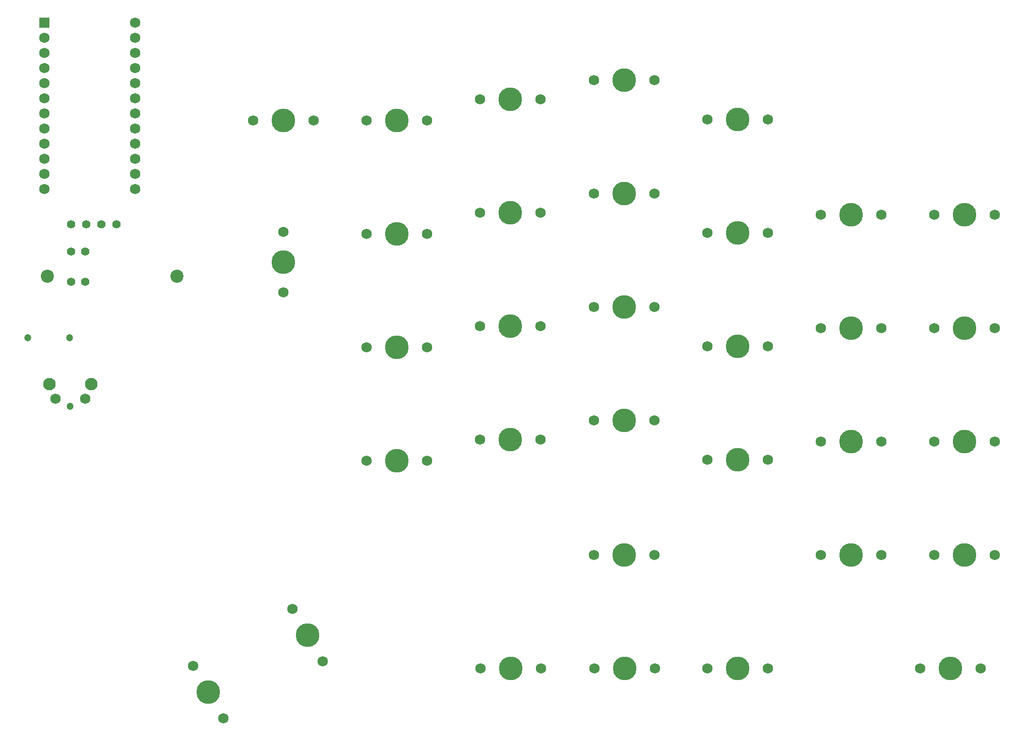
<source format=gts>
G04 #@! TF.GenerationSoftware,KiCad,Pcbnew,5.1.10*
G04 #@! TF.CreationDate,2021-07-25T23:07:30-04:00*
G04 #@! TF.ProjectId,v04_right,7630345f-7269-4676-9874-2e6b69636164,rev?*
G04 #@! TF.SameCoordinates,Original*
G04 #@! TF.FileFunction,Soldermask,Top*
G04 #@! TF.FilePolarity,Negative*
%FSLAX46Y46*%
G04 Gerber Fmt 4.6, Leading zero omitted, Abs format (unit mm)*
G04 Created by KiCad (PCBNEW 5.1.10) date 2021-07-25 23:07:30*
%MOMM*%
%LPD*%
G01*
G04 APERTURE LIST*
%ADD10C,1.200000*%
%ADD11C,2.100000*%
%ADD12C,1.750000*%
%ADD13C,2.200000*%
%ADD14C,3.987800*%
%ADD15C,1.397000*%
%ADD16R,1.752600X1.752600*%
%ADD17C,1.752600*%
G04 APERTURE END LIST*
D10*
X-178031250Y-80168750D03*
X-185031250Y-80168750D03*
X-177918750Y-91697500D03*
D11*
X-174418750Y-87997500D03*
D12*
X-175418750Y-90487500D03*
X-180418750Y-90487500D03*
D11*
X-181428750Y-87997500D03*
D13*
X-160000000Y-69850000D03*
X-181750000Y-69850000D03*
D14*
X-104030000Y-78277500D03*
D12*
X-109110000Y-78277500D03*
X-98950000Y-78277500D03*
D14*
X-103975000Y-135731250D03*
D12*
X-109055000Y-135731250D03*
X-98895000Y-135731250D03*
D14*
X-84925000Y-116681250D03*
D12*
X-90005000Y-116681250D03*
X-79845000Y-116681250D03*
D14*
X-65875000Y-135731250D03*
D12*
X-70955000Y-135731250D03*
X-60795000Y-135731250D03*
D14*
X-65843750Y-100658000D03*
D12*
X-70923750Y-100658000D03*
X-60763750Y-100658000D03*
D14*
X-65843750Y-81608000D03*
D12*
X-70923750Y-81608000D03*
X-60763750Y-81608000D03*
D14*
X-65843750Y-43508000D03*
D12*
X-70923750Y-43508000D03*
X-60763750Y-43508000D03*
D14*
X-27781250Y-116681250D03*
D12*
X-32861250Y-116681250D03*
X-22701250Y-116681250D03*
D14*
X-30162500Y-135731250D03*
D12*
X-35242500Y-135731250D03*
X-25082500Y-135731250D03*
D14*
X-142180000Y-67531000D03*
D12*
X-142180000Y-72611000D03*
X-142180000Y-62451000D03*
D14*
X-123130000Y-62756000D03*
D12*
X-128210000Y-62756000D03*
X-118050000Y-62756000D03*
D14*
X-65843750Y-62558000D03*
D12*
X-70923750Y-62558000D03*
X-60763750Y-62558000D03*
D14*
X-123130000Y-43706000D03*
D12*
X-128210000Y-43706000D03*
X-118050000Y-43706000D03*
D15*
X-177800000Y-70802500D03*
X-177800000Y-65722500D03*
X-175418750Y-65722500D03*
X-175418750Y-70802500D03*
X-170180000Y-61118750D03*
X-172720000Y-61118750D03*
X-175260000Y-61118750D03*
X-177800000Y-61118750D03*
D16*
X-182245000Y-27305000D03*
D17*
X-182245000Y-29845000D03*
X-182245000Y-32385000D03*
X-182245000Y-34925000D03*
X-182245000Y-37465000D03*
X-182245000Y-40005000D03*
X-182245000Y-42545000D03*
X-182245000Y-45085000D03*
X-182245000Y-47625000D03*
X-182245000Y-50165000D03*
X-182245000Y-52705000D03*
X-167005000Y-55245000D03*
X-167005000Y-52705000D03*
X-167005000Y-50165000D03*
X-167005000Y-47625000D03*
X-167005000Y-45085000D03*
X-167005000Y-42545000D03*
X-167005000Y-40005000D03*
X-167005000Y-37465000D03*
X-167005000Y-34925000D03*
X-167005000Y-32385000D03*
X-167005000Y-29845000D03*
X-182245000Y-55245000D03*
X-167005000Y-27305000D03*
D14*
X-138112500Y-130175000D03*
D12*
X-135572500Y-134574409D03*
X-140652500Y-125775591D03*
D14*
X-84861500Y-135743250D03*
D12*
X-89941500Y-135743250D03*
X-79781500Y-135743250D03*
D14*
X-154781250Y-139700000D03*
D12*
X-152241250Y-144099409D03*
X-157321250Y-135300591D03*
D14*
X-123130000Y-100856000D03*
D12*
X-128210000Y-100856000D03*
X-118050000Y-100856000D03*
D14*
X-104030000Y-97327500D03*
D12*
X-109110000Y-97327500D03*
X-98950000Y-97327500D03*
D14*
X-84880000Y-94070750D03*
D12*
X-89960000Y-94070750D03*
X-79800000Y-94070750D03*
D14*
X-46831250Y-116681250D03*
D12*
X-51911250Y-116681250D03*
X-41751250Y-116681250D03*
D14*
X-123130000Y-81806000D03*
D12*
X-128210000Y-81806000D03*
X-118050000Y-81806000D03*
D14*
X-84880000Y-75020750D03*
D12*
X-89960000Y-75020750D03*
X-79800000Y-75020750D03*
D14*
X-46831250Y-97631250D03*
D12*
X-51911250Y-97631250D03*
X-41751250Y-97631250D03*
D14*
X-27781250Y-97631250D03*
D12*
X-32861250Y-97631250D03*
X-22701250Y-97631250D03*
D14*
X-104030000Y-59227500D03*
D12*
X-109110000Y-59227500D03*
X-98950000Y-59227500D03*
D14*
X-84880000Y-55970750D03*
D12*
X-89960000Y-55970750D03*
X-79800000Y-55970750D03*
D14*
X-46831250Y-78581250D03*
D12*
X-51911250Y-78581250D03*
X-41751250Y-78581250D03*
D14*
X-27781250Y-78581250D03*
D12*
X-32861250Y-78581250D03*
X-22701250Y-78581250D03*
D14*
X-142180000Y-43718500D03*
D12*
X-147260000Y-43718500D03*
X-137100000Y-43718500D03*
D14*
X-104030000Y-40177500D03*
D12*
X-109110000Y-40177500D03*
X-98950000Y-40177500D03*
D14*
X-84880000Y-36920750D03*
D12*
X-89960000Y-36920750D03*
X-79800000Y-36920750D03*
D14*
X-46831250Y-59531250D03*
D12*
X-51911250Y-59531250D03*
X-41751250Y-59531250D03*
D14*
X-27781250Y-59531250D03*
D12*
X-32861250Y-59531250D03*
X-22701250Y-59531250D03*
M02*

</source>
